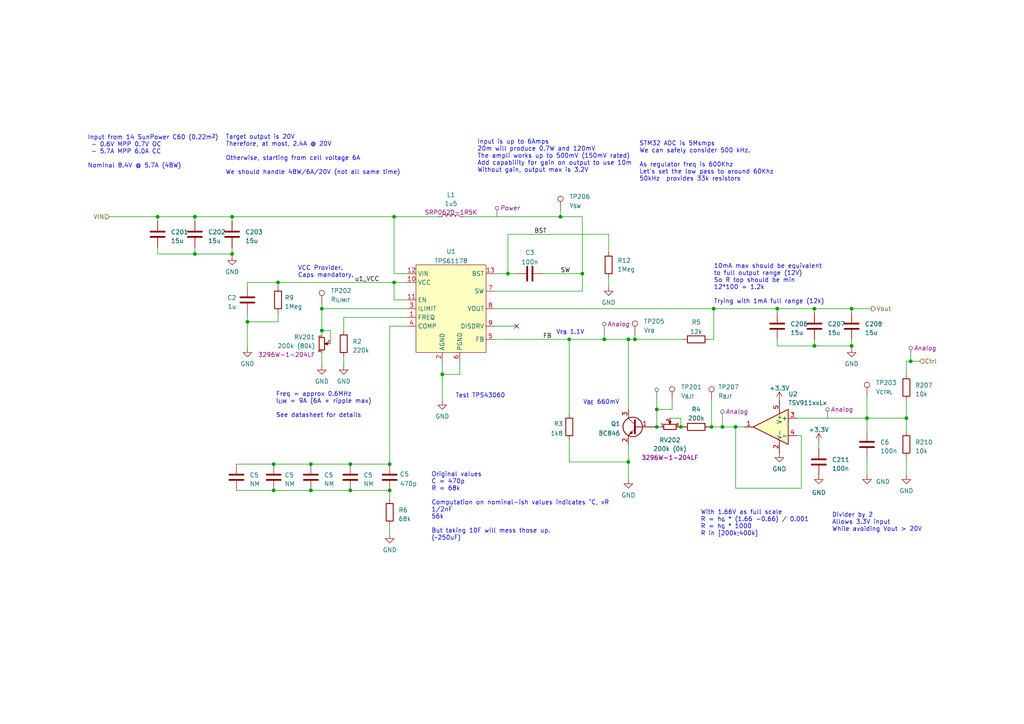
<source format=kicad_sch>
(kicad_sch (version 20230121) (generator eeschema)
  (paper "A4")
  (lib_symbols
    (symbol "Amplifier_Operational:TSV911xxLx" (pin_names (offset 0.127))
      (property "Reference" "U" (at -1.27 6.35 0))
      (property "Value" "TSV911xxLx" (at -1.27 3.81 0))
      (symbol "TSV911xxLx_0_1"
        (polyline (pts (xy -5.08 5.08) (xy 5.08 0) (xy -5.08 -5.08) (xy -5.08 5.08)) (stroke (width 0.254)) (fill (type background)))
        (pin power_in line (at -2.54 -7.62 90) (length 3.81) (name "V-") (number "2"))
        (pin power_in line (at -2.54 7.62 270) (length 3.81) (name "V+") (number "5"))
      )
      (symbol "TSV911xxLx_1_1"
        (pin output line (at 7.62 0 180) (length 2.54) (name "~") (number "1"))
        (pin input line (at -7.62 2.54 0) (length 2.54) (name "+") (number "3"))
        (pin input line (at -7.62 -2.54 0) (length 2.54) (name "-") (number "4"))
      )
    )
    (symbol "Connector:TestPoint" (pin_numbers hide) (pin_names (offset 0.762) hide)
      (property "Reference" "TP" (at 0 6.858 0))
      (property "Value" "TestPoint" (at 0 5.08 0))
      (symbol "TestPoint_0_1"
        (circle (center 0 3.302) (radius 0.762))
      )
      (symbol "TestPoint_1_1"
        (pin passive line (at 0 0 90) (length 2.54) (name "1") (number "1"))
      )
    )
    (symbol "Device:C" (pin_numbers hide) (pin_names (offset 0.254))
      (property "Reference" "C" (at 0.635 2.54 0))
      (property "Value" "C" (at 0.635 -2.54 0))
      (symbol "C_0_1"
        (polyline (pts (xy -2.032 -0.762) (xy 2.032 -0.762)) (stroke (width 0.508)))
        (polyline (pts (xy -2.032 0.762) (xy 2.032 0.762)) (stroke (width 0.508)))
      )
      (symbol "C_1_1"
        (pin passive line (at 0 3.81 270) (length 2.794) (name "~") (number "1"))
        (pin passive line (at 0 -3.81 90) (length 2.794) (name "~") (number "2"))
      )
    )
    (symbol "Device:L" (pin_numbers hide) (pin_names (offset 1.016) hide)
      (property "Reference" "L" (at -1.27 0 90))
      (property "Value" "L" (at 1.905 0 90))
      (symbol "L_0_1"
        (arc (start 0 -2.54) (mid 0.6323 -1.905) (end 0 -1.27))
        (arc (start 0 -1.27) (mid 0.6323 -0.635) (end 0 0))
        (arc (start 0 0) (mid 0.6323 0.635) (end 0 1.27))
        (arc (start 0 1.27) (mid 0.6323 1.905) (end 0 2.54))
      )
      (symbol "L_1_1"
        (pin passive line (at 0 3.81 270) (length 1.27) (name "1") (number "1"))
        (pin passive line (at 0 -3.81 90) (length 1.27) (name "2") (number "2"))
      )
    )
    (symbol "Device:R" (pin_numbers hide) (pin_names (offset 0))
      (property "Reference" "R" (at 2.032 0 90))
      (property "Value" "R" (at 0 0 90))
      (symbol "R_0_1"
        (rectangle (start -1.016 -2.54) (end 1.016 2.54) (stroke (width 0.254)))
      )
      (symbol "R_1_1"
        (pin passive line (at 0 3.81 270) (length 1.27) (name "~") (number "1"))
        (pin passive line (at 0 -3.81 90) (length 1.27) (name "~") (number "2"))
      )
    )
    (symbol "Device:R_Potentiometer_Small" (pin_names (offset 1.016) hide)
      (property "Reference" "RV" (at -4.445 0 90))
      (property "Value" "R_Potentiometer_Small" (at -2.54 0 90))
      (symbol "R_Potentiometer_Small_0_1"
        (polyline (pts (xy 0.889 0) (xy 0.635 0) (xy 1.651 0.381) (xy 1.651 -0.381) (xy 0.635 0) (xy 0.889 0)) (fill (type outline)))
        (rectangle (start 0.762 1.8034) (end -0.762 -1.8034) (stroke (width 0.254)))
      )
      (symbol "R_Potentiometer_Small_1_1"
        (pin passive line (at 0 2.54 270) (length 0.635) (name "1") (number "1"))
        (pin passive line (at 2.54 0 180) (length 0.9906) (name "2") (number "2"))
        (pin passive line (at 0 -2.54 90) (length 0.635) (name "3") (number "3"))
      )
    )
    (symbol "GND_1" (power) (pin_names (offset 0))
      (property "Value" "GND_1" (at 0 -3.81 0))
      (symbol "GND_1_0_1"
        (polyline (pts (xy 0 0) (xy 0 -1.27) (xy 1.27 -1.27) (xy 0 -2.54) (xy -1.27 -1.27) (xy 0 -1.27)))
      )
      (symbol "GND_1_1_1"
        (pin power_in line (at 0 0 270) (length 0) hide (name "GND") (number "1"))
      )
    )
    (symbol "Transistor_BJT:BC846" (pin_names (offset 0) hide)
      (property "Reference" "Q" (at 5.08 1.905 0))
      (property "Value" "BC846" (at 5.08 0 0))
      (symbol "BC846_0_1"
        (polyline (pts (xy 0.635 0.635) (xy 2.54 2.54)))
        (polyline (pts (xy 0.635 -0.635) (xy 2.54 -2.54) (xy 2.54 -2.54)))
        (polyline (pts (xy 0.635 1.905) (xy 0.635 -1.905) (xy 0.635 -1.905)) (stroke (width 0.508)))
        (polyline (pts (xy 1.27 -1.778) (xy 1.778 -1.27) (xy 2.286 -2.286) (xy 1.27 -1.778) (xy 1.27 -1.778)) (fill (type outline)))
        (circle (center 1.27 0) (radius 2.8194) (stroke (width 0.254)))
      )
      (symbol "BC846_1_1"
        (pin input line (at -5.08 0 0) (length 5.715) (name "B") (number "1"))
        (pin passive line (at 2.54 -5.08 90) (length 2.54) (name "E") (number "2"))
        (pin passive line (at 2.54 5.08 270) (length 2.54) (name "C") (number "3"))
      )
    )
    (symbol "defis_solaires_4:TPS61178"
      (property "Reference" "U" (at 5.08 -13.97 0))
      (property "Value" "TPS61178" (at 0 13.97 0))
      (symbol "TPS61178_0_1"
        (rectangle (start -10.16 12.7) (end 10.16 -12.7) (stroke (width 0.1524)) (fill (type background)))
      )
      (symbol "TPS61178_1_1"
        (pin input line (at -12.7 -2.54 0) (length 2.54) (name "FREQ") (number "1"))
        (pin power_out line (at -12.7 7.62 0) (length 2.54) (name "VCC") (number "10"))
        (pin input line (at -12.7 2.54 0) (length 2.54) (name "EN") (number "11"))
        (pin power_in line (at -12.7 10.16 0) (length 2.54) (name "VIN") (number "12"))
        (pin power_out line (at 12.7 10.16 180) (length 2.54) (name "BST") (number "13"))
        (pin power_in line (at -2.54 -15.24 90) (length 2.54) (name "AGND") (number "2"))
        (pin input line (at -12.7 0 0) (length 2.54) (name "ILIMIT") (number "3"))
        (pin output line (at -12.7 -5.08 0) (length 2.54) (name "COMP") (number "4"))
        (pin input line (at 12.7 -8.89 180) (length 2.54) (name "FB") (number "5"))
        (pin power_in line (at 2.54 -15.24 90) (length 2.54) (name "PGND") (number "6"))
        (pin power_in line (at 12.7 5.08 180) (length 2.54) (name "SW") (number "7"))
        (pin power_out line (at 12.7 0 180) (length 2.54) (name "VOUT") (number "8"))
        (pin output line (at 12.7 -5.08 180) (length 2.54) (name "DISDRV") (number "9"))
      )
    )
    (symbol "power:+3.3V" (power) (pin_names (offset 0))
      (property "Value" "+3.3V" (at 0 3.556 0))
      (symbol "+3.3V_0_1"
        (polyline (pts (xy -0.762 1.27) (xy 0 2.54)))
        (polyline (pts (xy 0 0) (xy 0 2.54)))
        (polyline (pts (xy 0 2.54) (xy 0.762 1.27)))
      )
      (symbol "+3.3V_1_1"
        (pin power_in line (at 0 0 90) (length 0) hide (name "+3.3V") (number "1"))
      )
    )
    (symbol "power:GND" (power) (pin_names (offset 0))
      (property "Value" "GND" (at 0 -3.81 0))
      (symbol "GND_0_1"
        (polyline (pts (xy 0 0) (xy 0 -1.27) (xy 1.27 -1.27) (xy 0 -2.54) (xy -1.27 -1.27) (xy 0 -1.27)))
      )
      (symbol "GND_1_1"
        (pin power_in line (at 0 0 270) (length 0) hide (name "GND") (number "1"))
      )
    )
  )
  (junction (at 175.26 98.425))
  (junction (at 128.27 108.585))
  (junction (at 247.015 89.535))
  (junction (at 45.72 62.865))
  (junction (at 207.01 89.535))
  (junction (at 90.17 142.24))
  (junction (at 247.015 100.33))
  (junction (at 262.89 121.285))
  (junction (at 184.15 98.425))
  (junction (at 56.515 73.66))
  (junction (at 182.245 133.985))
  (junction (at 147.32 79.375))
  (junction (at 114.3 81.915))
  (junction (at 79.375 142.24))
  (junction (at 101.6 142.24))
  (junction (at 79.375 134.62))
  (junction (at 113.03 142.24))
  (junction (at 80.645 81.915))
  (junction (at 165.1 98.425))
  (junction (at 206.375 123.825))
  (junction (at 168.91 79.375))
  (junction (at 251.46 121.285))
  (junction (at 67.31 62.865))
  (junction (at 71.755 93.345))
  (junction (at 236.22 100.33))
  (junction (at 162.56 62.865))
  (junction (at 67.31 73.66))
  (junction (at 101.6 134.62))
  (junction (at 93.345 95.885))
  (junction (at 56.515 62.865))
  (junction (at 209.55 123.825))
  (junction (at 264.16 104.775))
  (junction (at 90.17 134.62))
  (junction (at 190.5 123.825))
  (junction (at 236.22 89.535))
  (junction (at 213.36 123.825))
  (junction (at 182.245 98.425))
  (junction (at 93.345 89.535))
  (junction (at 197.485 123.825))
  (junction (at 225.425 89.535))
  (junction (at 190.5 118.745))
  (junction (at 113.03 134.62))
  (junction (at 114.3 62.865))
  (no_connect (at 149.86 94.615))
  (wire (pts (xy 225.425 89.535) (xy 225.425 90.805)))
  (wire (pts (xy 114.3 79.375) (xy 114.3 62.865)))
  (wire (pts (xy 118.11 79.375) (xy 114.3 79.375)))
  (wire (pts (xy 247.015 89.535) (xy 247.015 90.805)))
  (wire (pts (xy 67.31 73.66) (xy 67.31 74.295)))
  (wire (pts (xy 71.755 90.805) (xy 71.755 93.345)))
  (wire (pts (xy 101.6 142.24) (xy 113.03 142.24)))
  (wire (pts (xy 68.58 134.62) (xy 79.375 134.62)))
  (wire (pts (xy 67.31 71.755) (xy 67.31 73.66)))
  (wire (pts (xy 213.36 123.825) (xy 215.9 123.825)))
  (wire (pts (xy 93.345 95.885) (xy 93.345 97.155)))
  (wire (pts (xy 175.26 96.52) (xy 175.26 98.425)))
  (wire (pts (xy 184.15 98.425) (xy 198.12 98.425)))
  (wire (pts (xy 165.1 133.985) (xy 182.245 133.985)))
  (wire (pts (xy 165.1 127.635) (xy 165.1 133.985)))
  (wire (pts (xy 93.345 88.265) (xy 93.345 89.535)))
  (wire (pts (xy 190.5 123.825) (xy 191.77 123.825)))
  (wire (pts (xy 182.245 98.425) (xy 184.15 98.425)))
  (wire (pts (xy 79.375 134.62) (xy 90.17 134.62)))
  (wire (pts (xy 165.1 98.425) (xy 165.1 120.015)))
  (wire (pts (xy 189.865 123.825) (xy 190.5 123.825)))
  (wire (pts (xy 262.89 116.205) (xy 262.89 121.285)))
  (wire (pts (xy 262.89 108.585) (xy 262.89 104.775)))
  (wire (pts (xy 45.72 62.865) (xy 56.515 62.865)))
  (wire (pts (xy 251.46 121.285) (xy 251.46 125.095)))
  (wire (pts (xy 251.46 114.935) (xy 251.46 121.285)))
  (wire (pts (xy 93.345 89.535) (xy 118.11 89.535)))
  (wire (pts (xy 114.3 62.865) (xy 127 62.865)))
  (wire (pts (xy 67.31 62.865) (xy 114.3 62.865)))
  (wire (pts (xy 114.3 81.915) (xy 118.11 81.915)))
  (wire (pts (xy 236.22 98.425) (xy 236.22 100.33)))
  (wire (pts (xy 118.11 86.995) (xy 114.3 86.995)))
  (wire (pts (xy 182.245 128.905) (xy 182.245 133.985)))
  (wire (pts (xy 232.41 126.365) (xy 232.41 141.605)))
  (wire (pts (xy 45.72 71.755) (xy 45.72 73.66)))
  (wire (pts (xy 93.345 95.885) (xy 95.885 95.885)))
  (wire (pts (xy 205.74 123.825) (xy 206.375 123.825)))
  (wire (pts (xy 209.55 123.825) (xy 213.36 123.825)))
  (wire (pts (xy 99.695 92.075) (xy 99.695 95.885)))
  (wire (pts (xy 197.485 121.285) (xy 197.485 123.825)))
  (wire (pts (xy 225.425 89.535) (xy 236.22 89.535)))
  (wire (pts (xy 162.56 60.96) (xy 162.56 62.865)))
  (wire (pts (xy 80.645 81.915) (xy 114.3 81.915)))
  (wire (pts (xy 194.945 116.205) (xy 194.945 118.745)))
  (wire (pts (xy 262.89 132.715) (xy 262.89 137.795)))
  (wire (pts (xy 251.46 121.285) (xy 262.89 121.285)))
  (wire (pts (xy 184.15 97.155) (xy 184.15 98.425)))
  (wire (pts (xy 207.01 89.535) (xy 225.425 89.535)))
  (wire (pts (xy 194.31 121.285) (xy 197.485 121.285)))
  (wire (pts (xy 190.5 118.745) (xy 190.5 123.825)))
  (wire (pts (xy 236.22 100.33) (xy 247.015 100.33)))
  (wire (pts (xy 71.755 93.345) (xy 71.755 100.965)))
  (wire (pts (xy 56.515 62.865) (xy 56.515 64.135)))
  (wire (pts (xy 264.16 104.775) (xy 266.7 104.775)))
  (wire (pts (xy 157.48 79.375) (xy 168.91 79.375)))
  (wire (pts (xy 190.5 118.745) (xy 194.945 118.745)))
  (wire (pts (xy 90.17 142.24) (xy 101.6 142.24)))
  (wire (pts (xy 176.53 67.945) (xy 176.53 73.025)))
  (wire (pts (xy 45.72 62.865) (xy 45.72 64.135)))
  (wire (pts (xy 225.425 100.33) (xy 236.22 100.33)))
  (wire (pts (xy 128.27 108.585) (xy 128.27 116.205)))
  (wire (pts (xy 262.89 104.775) (xy 264.16 104.775)))
  (wire (pts (xy 113.03 152.4) (xy 113.03 154.94)))
  (wire (pts (xy 99.695 103.505) (xy 99.695 106.045)))
  (wire (pts (xy 206.375 116.205) (xy 206.375 123.825)))
  (wire (pts (xy 176.53 80.645) (xy 176.53 83.185)))
  (wire (pts (xy 162.56 62.865) (xy 134.62 62.865)))
  (wire (pts (xy 80.645 93.345) (xy 80.645 90.805)))
  (wire (pts (xy 80.645 81.915) (xy 80.645 83.185)))
  (wire (pts (xy 264.16 103.505) (xy 264.16 104.775)))
  (wire (pts (xy 168.91 62.865) (xy 162.56 62.865)))
  (wire (pts (xy 143.51 84.455) (xy 168.91 84.455)))
  (wire (pts (xy 168.91 79.375) (xy 168.91 62.865)))
  (wire (pts (xy 168.91 84.455) (xy 168.91 79.375)))
  (wire (pts (xy 205.74 98.425) (xy 207.01 98.425)))
  (wire (pts (xy 207.01 89.535) (xy 207.01 98.425)))
  (wire (pts (xy 247.015 98.425) (xy 247.015 100.33)))
  (wire (pts (xy 147.32 79.375) (xy 149.86 79.375)))
  (wire (pts (xy 93.345 89.535) (xy 93.345 95.885)))
  (wire (pts (xy 225.425 98.425) (xy 225.425 100.33)))
  (wire (pts (xy 90.17 134.62) (xy 101.6 134.62)))
  (wire (pts (xy 231.14 121.285) (xy 251.46 121.285)))
  (wire (pts (xy 99.695 92.075) (xy 118.11 92.075)))
  (wire (pts (xy 147.32 67.945) (xy 147.32 79.375)))
  (wire (pts (xy 95.885 99.695) (xy 95.885 95.885)))
  (wire (pts (xy 247.015 100.33) (xy 247.015 100.965)))
  (wire (pts (xy 232.41 141.605) (xy 213.36 141.605)))
  (wire (pts (xy 231.14 126.365) (xy 232.41 126.365)))
  (wire (pts (xy 71.755 81.915) (xy 80.645 81.915)))
  (wire (pts (xy 71.755 83.185) (xy 71.755 81.915)))
  (wire (pts (xy 213.36 141.605) (xy 213.36 123.825)))
  (wire (pts (xy 133.35 104.775) (xy 133.35 108.585)))
  (wire (pts (xy 71.755 93.345) (xy 80.645 93.345)))
  (wire (pts (xy 198.12 123.825) (xy 197.485 123.825)))
  (wire (pts (xy 45.72 73.66) (xy 56.515 73.66)))
  (wire (pts (xy 143.51 98.425) (xy 165.1 98.425)))
  (wire (pts (xy 165.1 98.425) (xy 175.26 98.425)))
  (wire (pts (xy 56.515 62.865) (xy 67.31 62.865)))
  (wire (pts (xy 206.375 123.825) (xy 209.55 123.825)))
  (wire (pts (xy 190.5 115.57) (xy 190.5 118.745)))
  (wire (pts (xy 114.3 86.995) (xy 114.3 81.915)))
  (wire (pts (xy 143.51 79.375) (xy 147.32 79.375)))
  (wire (pts (xy 182.245 98.425) (xy 182.245 118.745)))
  (wire (pts (xy 118.11 94.615) (xy 113.03 94.615)))
  (wire (pts (xy 113.03 94.615) (xy 113.03 134.62)))
  (wire (pts (xy 175.26 98.425) (xy 182.245 98.425)))
  (wire (pts (xy 143.51 89.535) (xy 207.01 89.535)))
  (wire (pts (xy 133.35 108.585) (xy 128.27 108.585)))
  (wire (pts (xy 101.6 134.62) (xy 113.03 134.62)))
  (wire (pts (xy 251.46 132.715) (xy 251.46 137.795)))
  (wire (pts (xy 247.015 89.535) (xy 252.73 89.535)))
  (wire (pts (xy 113.03 142.24) (xy 113.03 144.78)))
  (wire (pts (xy 56.515 73.66) (xy 67.31 73.66)))
  (wire (pts (xy 209.55 121.92) (xy 209.55 123.825)))
  (wire (pts (xy 197.485 123.825) (xy 196.85 123.825)))
  (wire (pts (xy 56.515 71.755) (xy 56.515 73.66)))
  (wire (pts (xy 79.375 142.24) (xy 90.17 142.24)))
  (wire (pts (xy 68.58 142.24) (xy 79.375 142.24)))
  (wire (pts (xy 176.53 67.945) (xy 147.32 67.945)))
  (wire (pts (xy 128.27 104.775) (xy 128.27 108.585)))
  (wire (pts (xy 237.49 128.27) (xy 237.49 130.175)))
  (wire (pts (xy 236.22 89.535) (xy 247.015 89.535)))
  (wire (pts (xy 143.51 94.615) (xy 149.86 94.615)))
  (wire (pts (xy 182.245 133.985) (xy 182.245 139.065)))
  (wire (pts (xy 67.31 62.865) (xy 67.31 64.135)))
  (wire (pts (xy 262.89 121.285) (xy 262.89 125.095)))
  (wire (pts (xy 93.345 102.235) (xy 93.345 106.045)))
  (wire (pts (xy 236.22 89.535) (xy 236.22 90.805)))
  (wire (pts (xy 31.75 62.865) (xy 45.72 62.865)))
  (text "V_{BE} 660mV" (at 179.705 117.475 0) (effects (font (size 1.27 1.27)) (justify right bottom)))
  (text "STM32 ADC is 5Msmps \nWe can safely consider 500 kHz.\n\nAs regulator freq is 600Khz\nLet's set the low pass to around 60Khz\n50kHz  provides 33k resistors" (at 185.42 52.705 0) (effects (font (size 1.27 1.27)) (justify left bottom)))
  (text "Test TPS43060" (at 132.08 115.57 0) (effects (font (size 1.27 1.27)) (justify left bottom)))
  (text "V_{FB} 1.1V" (at 161.29 97.155 0) (effects (font (size 1.27 1.27)) (justify left bottom)))
  (text "Original values \nC = 470p\nR = 68k\n\nComputation on nominal-ish values indicates ^C, vR\n1/2nF\n56k\n\nBut taking 10F will mess those up.\n(~250uF) " (at 125.095 156.845 0) (effects (font (size 1.27 1.27)) (justify left bottom)))
  (text "With 1.66V as full scale\nR = h_{G} * (1.66 -0.66) / 0.001\nR = h_{G} * 1000\nR in [200k;400k]" (at 203.2 155.575 0) (effects (font (size 1.27 1.27)) (justify left bottom)))
  (text "VCC Provider.\nCaps mandatory." (at 86.36 80.645 0) (effects (font (size 1.27 1.27)) (justify left bottom)))
  (text "10mA max should be equivalent \nto full output range (12V)\nSo R top should be min \n12*100 = 1.2k\n\nTrying with 1mA full range (12k)" (at 207.01 88.265 0) (effects (font (size 1.27 1.27)) (justify left bottom)))
  (text "Freq = approx 0.6MHz\nI_{LIM} = 9A (6A + ripple max)\n\nSee datasheet for details" (at 80.01 121.285 0) (effects (font (size 1.27 1.27)) (justify left bottom)))
  (text "Input from 14 SunPower C60 (0.22m^{2})\n - 0.6V MPP 0.7V OC\n - 5.7A MPP 6.0A CC\n\nNominal 8.4V @ 5.7A (48W)" (at 25.4 48.895 0) (effects (font (size 1.27 1.27)) (justify left bottom)))
  (text "Target output is 20V\nTherefore, at most, 2.4A @ 20V\n\nOtherwise, starting from cell voltage 6A\n\nWe should handle 48W/6A/20V (not all same time)" (at 65.405 50.8 0) (effects (font (size 1.27 1.27)) (justify left bottom)))
  (text "Input is up to 6Amps\n20m will produce 0.7W and 120mV\nThe ampli works up to 500mV (150mV rated)\nAdd capability for gain on output to use 10m\nWithout gain, output max is 3.2V" (at 138.43 50.165 0) (effects (font (size 1.27 1.27)) (justify left bottom)))
  (text "Divider by 2\nAllows 3.3V input\nWhile avoiding Vout > 20V" (at 241.3 154.305 0) (effects (font (size 1.27 1.27)) (justify left bottom)))
  (label "BST" (at 154.94 67.945 0))
  (label "u1_VCC" (at 102.87 81.915 0))
  (label "FB" (at 157.48 98.425 0))
  (label "SW" (at 162.56 79.375 0))
  (hierarchical_label "VIN" (shape input) (at 31.75 62.865 180) (property "Références Inter-Feuilles" "${INTERSHEET_REFS}" (effects hide)))
  (hierarchical_label "Ctrl" (shape input) (at 266.7 104.775 0) (property "Références Inter-Feuilles" "${INTERSHEET_REFS}" (effects hide)))
  (hierarchical_label "Vout" (shape output) (at 252.73 89.535 0) (property "Références Inter-Feuilles" "${INTERSHEET_REFS}" (effects hide)))
  (netclass_flag "" (length 2.54) (shape round) (at 264.16 103.505 0) (property "Netclass" "Analog" (at 265.049 100.965 0) (effects (font italic) (justify left))))
  (netclass_flag "" (length 2.54) (shape round) (at 144.145 62.865 0) (property "Netclass" "Power" (at 145.034 60.325 0) (effects (font italic) (justify left))))
  (netclass_flag "" (length 2.54) (shape round) (at 209.55 121.92 0) (property "Netclass" "Analog" (at 210.439 119.38 0) (effects (font italic) (justify left))))
  (netclass_flag "" (length 2.54) (shape round) (at 240.03 121.285 0) (property "Netclass" "Analog" (at 240.919 118.745 0) (effects (font italic) (justify left))))
  (netclass_flag "" (length 2.54) (shape round) (at 175.26 96.52 0) (property "Netclass" "Analog" (at 176.149 93.98 0) (effects (font italic) (justify left))))
  (netclass_flag "" (length 2.54) (shape round) (at 190.5 115.57 0) (property "Netclass" "Analog" (effects hide)))
  (symbol (lib_id "Device:L") (at 130.81 62.865 90) (unit 1)
    (property "Reference" "L1" (at 130.81 56.515 90))
    (property "Value" "1u5" (at 130.81 59.055 90))
    (property "Footprint" "power_supply:SRP0620" (effects hide))
    (property "Datasheet" "https://www.bourns.com/docs/product-datasheets/SRP0620.pdf" (effects hide))
    (property "Spice_Netlist_Enabled" "Y" (effects hide))
    (property "MPN" "SRP0620-1R5K" (at 130.81 61.595 90))
    (property "Sim.Device" "SPICE" (effects hide))
    (property "Sim.Params" "type=\"L\" model=\"1.5u\" lib=\"\"" (effects hide))
    (property "Sim.Pins" "1=1 2=2" (effects hide))
  )
  (symbol (lib_id "Device:R") (at 201.93 123.825 270) (mirror x) (unit 1)
    (property "Reference" "R4" (at 201.93 118.745 90))
    (property "Value" "200k" (at 201.93 121.285 90))
    (property "Footprint" "Resistor_SMD:R_0805_2012Metric" (effects hide))
  )
  (symbol (lib_id "Device:R_Potentiometer_Small") (at 194.31 123.825 90) (unit 1)
    (property "Reference" "RV202" (at 194.31 127.635 90))
    (property "Value" "200k (0k)" (at 194.31 130.175 90))
    (property "Footprint" "Potentiometer_THT:Potentiometer_Bourns_3296W_Vertical" (effects hide))
    (property "Datasheet" "3296W-1-204LF" (effects hide))
    (property "MPN" "3296W-1-204LF" (at 194.31 132.715 90))
  )
  (symbol (lib_id "Device:C") (at 56.515 67.945 0) (unit 1)
    (property "Reference" "C202" (at 60.325 67.31 0) (effects (justify left)))
    (property "Value" "15u" (at 60.325 69.85 0) (effects (justify left)))
    (property "Footprint" "Capacitor_SMD:C_0805_2012Metric" (effects hide))
    (property "Datasheet" "https://product.tdk.com/system/files/dam/doc/product/capacitor/ceramic/mlcc/catalog/mlcc_commercial_general_en.pdf" (effects hide))
    (property "MPN" "C2012X5R1V156M125AC" (effects hide))
  )
  (symbol (lib_id "Device:R_Potentiometer_Small") (at 93.345 99.695 0) (unit 1)
    (property "Reference" "RV201" (at 91.44 97.79 0) (effects (justify right)))
    (property "Value" "200k (80k)" (at 91.44 100.33 0) (effects (justify right)))
    (property "Footprint" "Potentiometer_THT:Potentiometer_Bourns_3296W_Vertical" (effects hide))
    (property "Datasheet" "3296W-1-204LF" (effects hide))
    (property "MPN" "3296W-1-204LF" (at 91.44 102.87 0) (effects (justify right)))
  )
  (symbol (lib_id "Device:C") (at 113.03 138.43 0) (unit 1)
    (property "Reference" "C5" (at 115.951 137.5215 0) (effects (justify left)))
    (property "Value" "470p" (at 115.951 140.2966 0) (effects (justify left)))
    (property "Footprint" "Capacitor_SMD:C_0805_2012Metric" (effects hide))
  )
  (symbol (lib_id "Device:C") (at 90.17 138.43 0) (unit 1)
    (property "Reference" "C5" (at 93.98 137.795 0) (effects (justify left)))
    (property "Value" "NM" (at 93.98 140.335 0) (effects (justify left)))
    (property "Footprint" "Capacitor_SMD:C_0805_2012Metric" (effects hide))
  )
  (symbol (lib_id "Device:C") (at 251.46 128.905 0) (unit 1)
    (property "Reference" "C6" (at 255.27 128.27 0) (effects (justify left)))
    (property "Value" "100n" (at 255.27 130.81 0) (effects (justify left)))
    (property "Footprint" "Capacitor_SMD:C_0805_2012Metric" (effects hide))
  )
  (symbol (lib_id "power:GND") (at 251.46 137.795 0) (unit 1)
    (property "Reference" "#PWR08" (effects hide))
    (property "Value" "GND" (at 254 139.7 0) (effects (justify left)))
  )
  (symbol (lib_id "Device:C") (at 101.6 138.43 0) (unit 1)
    (property "Reference" "C5" (at 105.41 137.795 0) (effects (justify left)))
    (property "Value" "NM" (at 105.41 140.335 0) (effects (justify left)))
    (property "Footprint" "Capacitor_SMD:C_0805_2012Metric" (effects hide))
  )
  (symbol (lib_id "power:GND") (at 67.31 74.295 0) (unit 1)
    (property "Reference" "#PWR05" (effects hide))
    (property "Value" "GND" (at 67.31 78.8576 0))
  )
  (symbol (lib_id "Device:C") (at 237.49 133.985 0) (unit 1)
    (property "Reference" "C211" (at 241.3 133.35 0) (effects (justify left)))
    (property "Value" "100n" (at 241.3 135.89 0) (effects (justify left)))
    (property "Footprint" "Capacitor_SMD:C_0805_2012Metric" (effects hide))
  )
  (symbol (lib_name "GND_1") (lib_id "power:GND") (at 237.49 137.795 0) (unit 1)
    (property "Reference" "#PWR0212" (effects hide))
    (property "Value" "GND" (at 237.49 142.875 0))
  )
  (symbol (lib_id "Device:R") (at 176.53 76.835 180) (unit 1)
    (property "Reference" "R12" (at 179.07 75.5649 0) (effects (justify right)))
    (property "Value" "1Meg" (at 179.07 78.1049 0) (effects (justify right)))
    (property "Footprint" "Resistor_SMD:R_0805_2012Metric" (effects hide))
  )
  (symbol (lib_id "Amplifier_Operational:TSV911xxLx") (at 223.52 123.825 0) (mirror y) (unit 1)
    (property "Reference" "U2" (at 228.6 114.3 0) (effects (justify right)))
    (property "Value" "TSV911xxLx" (at 228.6 116.84 0) (effects (justify right)))
    (property "Footprint" "Package_TO_SOT_SMD:SOT-23-5" (effects hide))
    (property "Datasheet" "www.st.com/resource/en/datasheet/tsv911.pdf" (effects hide))
    (property "Spice_Netlist_Enabled" "N" (effects hide))
    (property "Sim.Device" "SPICE" (effects hide))
    (property "Sim.Params" "type=\"X\" model=\"TSV91X\" lib=\"/home/julien/Projets/Kicad/DefisSolaireV4/librairies/spice/tsv91x_series.lib\"" (effects hide))
    (property "Sim.Pins" "4=1 3=2 1=3 2=4 5=5" (effects hide))
  )
  (symbol (lib_id "power:GND") (at 182.245 139.065 0) (unit 1)
    (property "Reference" "#PWR06" (effects hide))
    (property "Value" "GND" (at 182.245 143.6276 0))
  )
  (symbol (lib_id "Connector:TestPoint") (at 206.375 116.205 0) (unit 1)
    (property "Reference" "TP207" (at 208.28 112.268 0) (effects (justify left)))
    (property "Value" "R_{BJT}" (at 208.28 114.808 0) (effects (justify left)))
    (property "Footprint" "TestPoint:TestPoint_Keystone_5010-5014_Multipurpose" (effects hide))
  )
  (symbol (lib_id "Connector:TestPoint") (at 251.46 114.935 0) (unit 1)
    (property "Reference" "TP203" (at 254 110.998 0) (effects (justify left)))
    (property "Value" "V_{CTRL}" (at 254 113.538 0) (effects (justify left)))
    (property "Footprint" "TestPoint:TestPoint_Keystone_5010-5014_Multipurpose" (effects hide))
  )
  (symbol (lib_id "Connector:TestPoint") (at 184.15 97.155 0) (unit 1)
    (property "Reference" "TP205" (at 186.69 93.218 0) (effects (justify left)))
    (property "Value" "V_{FB}" (at 186.69 95.758 0) (effects (justify left)))
    (property "Footprint" "TestPoint:TestPoint_Keystone_5010-5014_Multipurpose" (effects hide))
  )
  (symbol (lib_id "power:GND") (at 176.53 83.185 0) (unit 1)
    (property "Reference" "#PWR021" (effects hide))
    (property "Value" "GND" (at 176.53 87.7476 0))
  )
  (symbol (lib_id "Device:C") (at 45.72 67.945 0) (unit 1)
    (property "Reference" "C201" (at 49.53 67.31 0) (effects (justify left)))
    (property "Value" "15u" (at 49.53 69.85 0) (effects (justify left)))
    (property "Footprint" "Capacitor_SMD:C_0805_2012Metric" (effects hide))
    (property "Datasheet" "https://product.tdk.com/system/files/dam/doc/product/capacitor/ceramic/mlcc/catalog/mlcc_commercial_general_en.pdf" (effects hide))
    (property "MPN" "C2012X5R1V156M125AC" (effects hide))
  )
  (symbol (lib_id "Connector:TestPoint") (at 162.56 60.96 0) (unit 1)
    (property "Reference" "TP206" (at 165.1 57.023 0) (effects (justify left)))
    (property "Value" "V_{SW}" (at 165.1 59.563 0) (effects (justify left)))
    (property "Footprint" "TestPoint:TestPoint_Keystone_5010-5014_Multipurpose" (effects hide))
  )
  (symbol (lib_id "power:GND") (at 99.695 106.045 0) (unit 1)
    (property "Reference" "#PWR04" (effects hide))
    (property "Value" "GND" (at 99.695 110.6076 0))
  )
  (symbol (lib_id "Device:C") (at 67.31 67.945 0) (unit 1)
    (property "Reference" "C203" (at 71.12 67.31 0) (effects (justify left)))
    (property "Value" "15u" (at 71.12 69.85 0) (effects (justify left)))
    (property "Footprint" "Capacitor_SMD:C_0805_2012Metric" (effects hide))
    (property "Datasheet" "https://product.tdk.com/system/files/dam/doc/product/capacitor/ceramic/mlcc/catalog/mlcc_commercial_general_en.pdf" (effects hide))
    (property "MPN" "C2012X5R1V156M125AC" (effects hide))
  )
  (symbol (lib_id "Device:C") (at 71.755 86.995 0) (unit 1)
    (property "Reference" "C2" (at 68.58 86.36 0) (effects (justify right)))
    (property "Value" "1u" (at 68.58 88.9 0) (effects (justify right)))
    (property "Footprint" "Capacitor_SMD:C_0805_2012Metric" (effects hide))
  )
  (symbol (lib_id "power:GND") (at 262.89 137.795 0) (unit 1)
    (property "Reference" "#PWR08" (effects hide))
    (property "Value" "GND" (at 262.89 142.3576 0))
  )
  (symbol (lib_id "power:GND") (at 247.015 100.965 0) (unit 1)
    (property "Reference" "#PWR05" (effects hide))
    (property "Value" "GND" (at 247.015 105.5276 0))
  )
  (symbol (lib_id "Device:C") (at 236.22 94.615 0) (unit 1)
    (property "Reference" "C207" (at 240.03 93.98 0) (effects (justify left)))
    (property "Value" "15u" (at 240.03 96.52 0) (effects (justify left)))
    (property "Footprint" "Capacitor_SMD:C_0805_2012Metric" (effects hide))
    (property "Datasheet" "https://product.tdk.com/system/files/dam/doc/product/capacitor/ceramic/mlcc/catalog/mlcc_commercial_general_en.pdf" (effects hide))
    (property "MPN" "C2012X5R1V156M125AC" (effects hide))
  )
  (symbol (lib_id "Device:C") (at 153.67 79.375 90) (unit 1)
    (property "Reference" "C3" (at 153.67 73.2495 90))
    (property "Value" "100n" (at 153.67 76.0246 90))
    (property "Footprint" "Capacitor_SMD:C_0805_2012Metric" (effects hide))
  )
  (symbol (lib_id "Device:C") (at 68.58 138.43 0) (unit 1)
    (property "Reference" "C5" (at 72.39 137.795 0) (effects (justify left)))
    (property "Value" "NM" (at 72.39 140.335 0) (effects (justify left)))
    (property "Footprint" "Capacitor_SMD:C_0805_2012Metric" (effects hide))
  )
  (symbol (lib_id "power:GND") (at 93.345 106.045 0) (unit 1)
    (property "Reference" "#PWR03" (effects hide))
    (property "Value" "GND" (at 93.345 110.6076 0))
  )
  (symbol (lib_id "Device:C") (at 225.425 94.615 0) (unit 1)
    (property "Reference" "C206" (at 229.235 93.98 0) (effects (justify left)))
    (property "Value" "15u" (at 229.235 96.52 0) (effects (justify left)))
    (property "Footprint" "Capacitor_SMD:C_0805_2012Metric" (effects hide))
    (property "Datasheet" "https://product.tdk.com/system/files/dam/doc/product/capacitor/ceramic/mlcc/catalog/mlcc_commercial_general_en.pdf" (effects hide))
    (property "MPN" "C2012X5R1V156M125AC" (effects hide))
  )
  (symbol (lib_id "Device:R") (at 165.1 123.825 0) (mirror x) (unit 1)
    (property "Reference" "R3" (at 163.3219 122.9165 0) (effects (justify right)))
    (property "Value" "1k8" (at 163.3219 125.6916 0) (effects (justify right)))
    (property "Footprint" "Resistor_SMD:R_0805_2012Metric" (effects hide))
  )
  (symbol (lib_id "Device:R") (at 80.645 86.995 180) (unit 1)
    (property "Reference" "R9" (at 82.55 86.36 0) (effects (justify right)))
    (property "Value" "1Meg" (at 82.55 88.9 0) (effects (justify right)))
    (property "Footprint" "Resistor_SMD:R_0805_2012Metric" (effects hide))
  )
  (symbol (lib_id "Device:R") (at 201.93 98.425 90) (unit 1)
    (property "Reference" "R5" (at 201.93 93.4424 90))
    (property "Value" "12k" (at 201.93 96.2175 90))
    (property "Footprint" "Resistor_SMD:R_0805_2012Metric" (effects hide))
  )
  (symbol (lib_id "Connector:TestPoint") (at 93.345 88.265 0) (unit 1)
    (property "Reference" "TP202" (at 95.885 84.328 0) (effects (justify left)))
    (property "Value" "R_{ILIMIT}" (at 95.885 86.868 0) (effects (justify left)))
    (property "Footprint" "TestPoint:TestPoint_Keystone_5010-5014_Multipurpose" (effects hide))
  )
  (symbol (lib_id "Connector:TestPoint") (at 194.945 116.205 0) (unit 1)
    (property "Reference" "TP201" (at 197.485 112.268 0) (effects (justify left)))
    (property "Value" "V_{BJT}" (at 197.485 114.808 0) (effects (justify left)))
    (property "Footprint" "TestPoint:TestPoint_Keystone_5010-5014_Multipurpose" (effects hide))
  )
  (symbol (lib_id "Device:C") (at 247.015 94.615 0) (unit 1)
    (property "Reference" "C208" (at 250.825 93.98 0) (effects (justify left)))
    (property "Value" "15u" (at 250.825 96.52 0) (effects (justify left)))
    (property "Footprint" "Capacitor_SMD:C_0805_2012Metric" (effects hide))
    (property "Datasheet" "https://product.tdk.com/system/files/dam/doc/product/capacitor/ceramic/mlcc/catalog/mlcc_commercial_general_en.pdf" (effects hide))
    (property "MPN" "C2012X5R1V156M125AC" (effects hide))
  )
  (symbol (lib_id "Device:R") (at 113.03 148.59 0) (unit 1)
    (property "Reference" "R6" (at 115.57 147.955 0) (effects (justify left)))
    (property "Value" "68k" (at 115.57 150.495 0) (effects (justify left)))
    (property "Footprint" "Resistor_SMD:R_0805_2012Metric" (effects hide))
  )
  (symbol (lib_id "Device:R") (at 99.695 99.695 0) (unit 1)
    (property "Reference" "R2" (at 102.235 99.06 0) (effects (justify left)))
    (property "Value" "220k" (at 102.235 101.6 0) (effects (justify left)))
    (property "Footprint" "Resistor_SMD:R_0805_2012Metric" (effects hide))
  )
  (symbol (lib_id "power:GND") (at 71.755 100.965 0) (unit 1)
    (property "Reference" "#PWR02" (effects hide))
    (property "Value" "GND" (at 71.755 105.5276 0))
  )
  (symbol (lib_id "Device:C") (at 79.375 138.43 0) (unit 1)
    (property "Reference" "C5" (at 82.55 137.795 0) (effects (justify left)))
    (property "Value" "NM" (at 82.55 140.335 0) (effects (justify left)))
    (property "Footprint" "Capacitor_SMD:C_0805_2012Metric" (effects hide))
  )
  (symbol (lib_id "Transistor_BJT:BC846") (at 184.785 123.825 0) (mirror y) (unit 1)
    (property "Reference" "Q1" (at 179.9335 122.9165 0) (effects (justify left)))
    (property "Value" "BC846" (at 179.9335 125.6916 0) (effects (justify left)))
    (property "Footprint" "Package_TO_SOT_SMD:SOT-23" (effects hide))
    (property "Datasheet" "https://assets.nexperia.com/documents/data-sheet/BC846_SER.pdf" (effects hide))
    (property "Spice_Netlist_Enabled" "Y" (effects hide))
    (property "Sim.Device" "SPICE" (effects hide))
    (property "Sim.Params" "type=\"X\" model=\"BC846\" lib=\"/home/julien/Projets/Kicad/DefisSolaireV4/librairies/spice/BC846.lib\"" (effects hide))
    (property "Sim.Pins" "1=1 2=2 3=3" (effects hide))
  )
  (symbol (lib_id "power:GND") (at 226.06 131.445 0) (unit 1)
    (property "Reference" "#PWR08" (effects hide))
    (property "Value" "GND" (at 226.06 136.0076 0))
  )
  (symbol (lib_id "Device:R") (at 262.89 112.395 0) (unit 1)
    (property "Reference" "R207" (at 265.43 111.76 0) (effects (justify left)))
    (property "Value" "10k" (at 265.43 114.3 0) (effects (justify left)))
    (property "Footprint" "Resistor_SMD:R_0805_2012Metric" (effects hide))
  )
  (symbol (lib_id "power:GND") (at 128.27 116.205 0) (unit 1)
    (property "Reference" "#PWR05" (effects hide))
    (property "Value" "GND" (at 128.27 120.7676 0))
  )
  (symbol (lib_id "power:+3.3V") (at 237.49 128.27 0) (unit 1)
    (property "Reference" "#PWR07" (effects hide))
    (property "Value" "+3.3V" (at 237.49 124.6654 0))
  )
  (symbol (lib_id "Device:R") (at 262.89 128.905 0) (unit 1)
    (property "Reference" "R210" (at 265.43 128.27 0) (effects (justify left)))
    (property "Value" "10k" (at 265.43 130.81 0) (effects (justify left)))
    (property "Footprint" "Resistor_SMD:R_0805_2012Metric" (effects hide))
  )
  (symbol (lib_id "defis_solaires_4:TPS61178") (at 130.81 89.535 0) (unit 1)
    (property "Reference" "U1" (at 130.81 72.9192 0))
    (property "Value" "TPS61178" (at 130.81 75.6943 0))
    (property "Footprint" "power_supply:VSON-TPS61178" (effects hide))
    (property "Datasheet" "https://www.ti.com/lit/gpn/tps61178" (effects hide))
    (property "Spice_Netlist_Enabled" "Y" (effects hide))
    (property "Sim.Device" "SPICE" (effects hide))
    (property "Sim.Params" "type=\"X\" model=\"TPS61178_TRANS\" lib=\"/home/julien/Projets/Kicad/DefisSolaireV4/librairies/spice/SLVMC02/TPS61178_PSPICE_TRANS/TPS61178_TRANS.LIB\"" (effects hide))
    (property "Sim.Pins" "1=1 2=2 3=3 4=4 5=5 6=6 7=7 8=8 9=9 10=10 11=11 12=12 13=13" (effects hide))
  )
  (symbol (lib_id "power:+3.3V") (at 226.06 116.205 0) (unit 1)
    (property "Reference" "#PWR07" (effects hide))
    (property "Value" "+3.3V" (at 226.06 112.6004 0))
  )
  (symbol (lib_id "power:GND") (at 113.03 154.94 0) (unit 1)
    (property "Reference" "#PWR011" (effects hide))
    (property "Value" "GND" (at 113.03 159.5026 0))
  )
)
</source>
